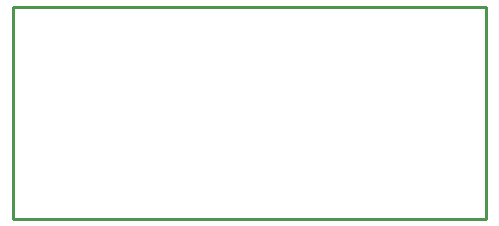
<source format=gko>
G04*
G04 #@! TF.GenerationSoftware,Altium Limited,Altium Designer,18.1.1 (9)*
G04*
G04 Layer_Color=16711935*
%FSLAX42Y42*%
%MOMM*%
G71*
G01*
G75*
%ADD38C,0.25*%
D38*
X-3950Y-1200D02*
Y600D01*
X50D01*
Y-1200D02*
Y600D01*
X-3950Y-1200D02*
X50D01*
M02*

</source>
